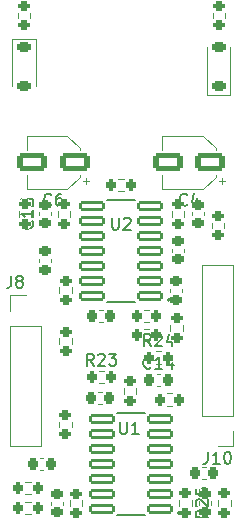
<source format=gbr>
%TF.GenerationSoftware,KiCad,Pcbnew,8.0.5*%
%TF.CreationDate,2024-11-05T23:16:52+01:00*%
%TF.ProjectId,Leveller,4c657665-6c6c-4657-922e-6b696361645f,rev?*%
%TF.SameCoordinates,Original*%
%TF.FileFunction,Legend,Top*%
%TF.FilePolarity,Positive*%
%FSLAX46Y46*%
G04 Gerber Fmt 4.6, Leading zero omitted, Abs format (unit mm)*
G04 Created by KiCad (PCBNEW 8.0.5) date 2024-11-05 23:16:52*
%MOMM*%
%LPD*%
G01*
G04 APERTURE LIST*
G04 Aperture macros list*
%AMRoundRect*
0 Rectangle with rounded corners*
0 $1 Rounding radius*
0 $2 $3 $4 $5 $6 $7 $8 $9 X,Y pos of 4 corners*
0 Add a 4 corners polygon primitive as box body*
4,1,4,$2,$3,$4,$5,$6,$7,$8,$9,$2,$3,0*
0 Add four circle primitives for the rounded corners*
1,1,$1+$1,$2,$3*
1,1,$1+$1,$4,$5*
1,1,$1+$1,$6,$7*
1,1,$1+$1,$8,$9*
0 Add four rect primitives between the rounded corners*
20,1,$1+$1,$2,$3,$4,$5,0*
20,1,$1+$1,$4,$5,$6,$7,0*
20,1,$1+$1,$6,$7,$8,$9,0*
20,1,$1+$1,$8,$9,$2,$3,0*%
G04 Aperture macros list end*
%ADD10C,0.150000*%
%ADD11C,0.120000*%
%ADD12C,0.127000*%
%ADD13C,0.200000*%
%ADD14RoundRect,0.200000X-0.275000X0.200000X-0.275000X-0.200000X0.275000X-0.200000X0.275000X0.200000X0*%
%ADD15C,2.700000*%
%ADD16RoundRect,0.200000X0.200000X0.275000X-0.200000X0.275000X-0.200000X-0.275000X0.200000X-0.275000X0*%
%ADD17RoundRect,0.225000X0.375000X-0.225000X0.375000X0.225000X-0.375000X0.225000X-0.375000X-0.225000X0*%
%ADD18RoundRect,0.225000X-0.250000X0.225000X-0.250000X-0.225000X0.250000X-0.225000X0.250000X0.225000X0*%
%ADD19RoundRect,0.200000X-0.200000X-0.275000X0.200000X-0.275000X0.200000X0.275000X-0.200000X0.275000X0*%
%ADD20RoundRect,0.225000X0.225000X0.250000X-0.225000X0.250000X-0.225000X-0.250000X0.225000X-0.250000X0*%
%ADD21R,1.700000X1.700000*%
%ADD22O,1.700000X1.700000*%
%ADD23RoundRect,0.225000X0.250000X-0.225000X0.250000X0.225000X-0.250000X0.225000X-0.250000X-0.225000X0*%
%ADD24RoundRect,0.250000X1.050000X0.550000X-1.050000X0.550000X-1.050000X-0.550000X1.050000X-0.550000X0*%
%ADD25RoundRect,0.200000X0.275000X-0.200000X0.275000X0.200000X-0.275000X0.200000X-0.275000X-0.200000X0*%
%ADD26RoundRect,0.225000X-0.375000X0.225000X-0.375000X-0.225000X0.375000X-0.225000X0.375000X0.225000X0*%
%ADD27RoundRect,0.120600X0.966400X0.281400X-0.966400X0.281400X-0.966400X-0.281400X0.966400X-0.281400X0*%
%ADD28RoundRect,0.225000X-0.225000X-0.250000X0.225000X-0.250000X0.225000X0.250000X-0.225000X0.250000X0*%
G04 APERTURE END LIST*
D10*
X56056819Y-81568857D02*
X55580628Y-81902190D01*
X56056819Y-82140285D02*
X55056819Y-82140285D01*
X55056819Y-82140285D02*
X55056819Y-81759333D01*
X55056819Y-81759333D02*
X55104438Y-81664095D01*
X55104438Y-81664095D02*
X55152057Y-81616476D01*
X55152057Y-81616476D02*
X55247295Y-81568857D01*
X55247295Y-81568857D02*
X55390152Y-81568857D01*
X55390152Y-81568857D02*
X55485390Y-81616476D01*
X55485390Y-81616476D02*
X55533009Y-81664095D01*
X55533009Y-81664095D02*
X55580628Y-81759333D01*
X55580628Y-81759333D02*
X55580628Y-82140285D01*
X55152057Y-81187904D02*
X55104438Y-81140285D01*
X55104438Y-81140285D02*
X55056819Y-81045047D01*
X55056819Y-81045047D02*
X55056819Y-80806952D01*
X55056819Y-80806952D02*
X55104438Y-80711714D01*
X55104438Y-80711714D02*
X55152057Y-80664095D01*
X55152057Y-80664095D02*
X55247295Y-80616476D01*
X55247295Y-80616476D02*
X55342533Y-80616476D01*
X55342533Y-80616476D02*
X55485390Y-80664095D01*
X55485390Y-80664095D02*
X56056819Y-81235523D01*
X56056819Y-81235523D02*
X56056819Y-80616476D01*
X55056819Y-79711714D02*
X55056819Y-80187904D01*
X55056819Y-80187904D02*
X55533009Y-80235523D01*
X55533009Y-80235523D02*
X55485390Y-80187904D01*
X55485390Y-80187904D02*
X55437771Y-80092666D01*
X55437771Y-80092666D02*
X55437771Y-79854571D01*
X55437771Y-79854571D02*
X55485390Y-79759333D01*
X55485390Y-79759333D02*
X55533009Y-79711714D01*
X55533009Y-79711714D02*
X55628247Y-79664095D01*
X55628247Y-79664095D02*
X55866342Y-79664095D01*
X55866342Y-79664095D02*
X55961580Y-79711714D01*
X55961580Y-79711714D02*
X56009200Y-79759333D01*
X56009200Y-79759333D02*
X56056819Y-79854571D01*
X56056819Y-79854571D02*
X56056819Y-80092666D01*
X56056819Y-80092666D02*
X56009200Y-80187904D01*
X56009200Y-80187904D02*
X55961580Y-80235523D01*
X51243142Y-67631819D02*
X50909809Y-67155628D01*
X50671714Y-67631819D02*
X50671714Y-66631819D01*
X50671714Y-66631819D02*
X51052666Y-66631819D01*
X51052666Y-66631819D02*
X51147904Y-66679438D01*
X51147904Y-66679438D02*
X51195523Y-66727057D01*
X51195523Y-66727057D02*
X51243142Y-66822295D01*
X51243142Y-66822295D02*
X51243142Y-66965152D01*
X51243142Y-66965152D02*
X51195523Y-67060390D01*
X51195523Y-67060390D02*
X51147904Y-67108009D01*
X51147904Y-67108009D02*
X51052666Y-67155628D01*
X51052666Y-67155628D02*
X50671714Y-67155628D01*
X51624095Y-66727057D02*
X51671714Y-66679438D01*
X51671714Y-66679438D02*
X51766952Y-66631819D01*
X51766952Y-66631819D02*
X52005047Y-66631819D01*
X52005047Y-66631819D02*
X52100285Y-66679438D01*
X52100285Y-66679438D02*
X52147904Y-66727057D01*
X52147904Y-66727057D02*
X52195523Y-66822295D01*
X52195523Y-66822295D02*
X52195523Y-66917533D01*
X52195523Y-66917533D02*
X52147904Y-67060390D01*
X52147904Y-67060390D02*
X51576476Y-67631819D01*
X51576476Y-67631819D02*
X52195523Y-67631819D01*
X53052666Y-66965152D02*
X53052666Y-67631819D01*
X52814571Y-66584200D02*
X52576476Y-67298485D01*
X52576476Y-67298485D02*
X53195523Y-67298485D01*
X46417142Y-69282819D02*
X46083809Y-68806628D01*
X45845714Y-69282819D02*
X45845714Y-68282819D01*
X45845714Y-68282819D02*
X46226666Y-68282819D01*
X46226666Y-68282819D02*
X46321904Y-68330438D01*
X46321904Y-68330438D02*
X46369523Y-68378057D01*
X46369523Y-68378057D02*
X46417142Y-68473295D01*
X46417142Y-68473295D02*
X46417142Y-68616152D01*
X46417142Y-68616152D02*
X46369523Y-68711390D01*
X46369523Y-68711390D02*
X46321904Y-68759009D01*
X46321904Y-68759009D02*
X46226666Y-68806628D01*
X46226666Y-68806628D02*
X45845714Y-68806628D01*
X46798095Y-68378057D02*
X46845714Y-68330438D01*
X46845714Y-68330438D02*
X46940952Y-68282819D01*
X46940952Y-68282819D02*
X47179047Y-68282819D01*
X47179047Y-68282819D02*
X47274285Y-68330438D01*
X47274285Y-68330438D02*
X47321904Y-68378057D01*
X47321904Y-68378057D02*
X47369523Y-68473295D01*
X47369523Y-68473295D02*
X47369523Y-68568533D01*
X47369523Y-68568533D02*
X47321904Y-68711390D01*
X47321904Y-68711390D02*
X46750476Y-69282819D01*
X46750476Y-69282819D02*
X47369523Y-69282819D01*
X47702857Y-68282819D02*
X48321904Y-68282819D01*
X48321904Y-68282819D02*
X47988571Y-68663771D01*
X47988571Y-68663771D02*
X48131428Y-68663771D01*
X48131428Y-68663771D02*
X48226666Y-68711390D01*
X48226666Y-68711390D02*
X48274285Y-68759009D01*
X48274285Y-68759009D02*
X48321904Y-68854247D01*
X48321904Y-68854247D02*
X48321904Y-69092342D01*
X48321904Y-69092342D02*
X48274285Y-69187580D01*
X48274285Y-69187580D02*
X48226666Y-69235200D01*
X48226666Y-69235200D02*
X48131428Y-69282819D01*
X48131428Y-69282819D02*
X47845714Y-69282819D01*
X47845714Y-69282819D02*
X47750476Y-69235200D01*
X47750476Y-69235200D02*
X47702857Y-69187580D01*
X56086476Y-76587819D02*
X56086476Y-77302104D01*
X56086476Y-77302104D02*
X56038857Y-77444961D01*
X56038857Y-77444961D02*
X55943619Y-77540200D01*
X55943619Y-77540200D02*
X55800762Y-77587819D01*
X55800762Y-77587819D02*
X55705524Y-77587819D01*
X57086476Y-77587819D02*
X56515048Y-77587819D01*
X56800762Y-77587819D02*
X56800762Y-76587819D01*
X56800762Y-76587819D02*
X56705524Y-76730676D01*
X56705524Y-76730676D02*
X56610286Y-76825914D01*
X56610286Y-76825914D02*
X56515048Y-76873533D01*
X57705524Y-76587819D02*
X57800762Y-76587819D01*
X57800762Y-76587819D02*
X57896000Y-76635438D01*
X57896000Y-76635438D02*
X57943619Y-76683057D01*
X57943619Y-76683057D02*
X57991238Y-76778295D01*
X57991238Y-76778295D02*
X58038857Y-76968771D01*
X58038857Y-76968771D02*
X58038857Y-77206866D01*
X58038857Y-77206866D02*
X57991238Y-77397342D01*
X57991238Y-77397342D02*
X57943619Y-77492580D01*
X57943619Y-77492580D02*
X57896000Y-77540200D01*
X57896000Y-77540200D02*
X57800762Y-77587819D01*
X57800762Y-77587819D02*
X57705524Y-77587819D01*
X57705524Y-77587819D02*
X57610286Y-77540200D01*
X57610286Y-77540200D02*
X57562667Y-77492580D01*
X57562667Y-77492580D02*
X57515048Y-77397342D01*
X57515048Y-77397342D02*
X57467429Y-77206866D01*
X57467429Y-77206866D02*
X57467429Y-76968771D01*
X57467429Y-76968771D02*
X57515048Y-76778295D01*
X57515048Y-76778295D02*
X57562667Y-76683057D01*
X57562667Y-76683057D02*
X57610286Y-76635438D01*
X57610286Y-76635438D02*
X57705524Y-76587819D01*
X42826333Y-55639580D02*
X42778714Y-55687200D01*
X42778714Y-55687200D02*
X42635857Y-55734819D01*
X42635857Y-55734819D02*
X42540619Y-55734819D01*
X42540619Y-55734819D02*
X42397762Y-55687200D01*
X42397762Y-55687200D02*
X42302524Y-55591961D01*
X42302524Y-55591961D02*
X42254905Y-55496723D01*
X42254905Y-55496723D02*
X42207286Y-55306247D01*
X42207286Y-55306247D02*
X42207286Y-55163390D01*
X42207286Y-55163390D02*
X42254905Y-54972914D01*
X42254905Y-54972914D02*
X42302524Y-54877676D01*
X42302524Y-54877676D02*
X42397762Y-54782438D01*
X42397762Y-54782438D02*
X42540619Y-54734819D01*
X42540619Y-54734819D02*
X42635857Y-54734819D01*
X42635857Y-54734819D02*
X42778714Y-54782438D01*
X42778714Y-54782438D02*
X42826333Y-54830057D01*
X43683476Y-54734819D02*
X43493000Y-54734819D01*
X43493000Y-54734819D02*
X43397762Y-54782438D01*
X43397762Y-54782438D02*
X43350143Y-54830057D01*
X43350143Y-54830057D02*
X43254905Y-54972914D01*
X43254905Y-54972914D02*
X43207286Y-55163390D01*
X43207286Y-55163390D02*
X43207286Y-55544342D01*
X43207286Y-55544342D02*
X43254905Y-55639580D01*
X43254905Y-55639580D02*
X43302524Y-55687200D01*
X43302524Y-55687200D02*
X43397762Y-55734819D01*
X43397762Y-55734819D02*
X43588238Y-55734819D01*
X43588238Y-55734819D02*
X43683476Y-55687200D01*
X43683476Y-55687200D02*
X43731095Y-55639580D01*
X43731095Y-55639580D02*
X43778714Y-55544342D01*
X43778714Y-55544342D02*
X43778714Y-55306247D01*
X43778714Y-55306247D02*
X43731095Y-55211009D01*
X43731095Y-55211009D02*
X43683476Y-55163390D01*
X43683476Y-55163390D02*
X43588238Y-55115771D01*
X43588238Y-55115771D02*
X43397762Y-55115771D01*
X43397762Y-55115771D02*
X43302524Y-55163390D01*
X43302524Y-55163390D02*
X43254905Y-55211009D01*
X43254905Y-55211009D02*
X43207286Y-55306247D01*
X54326333Y-55639580D02*
X54278714Y-55687200D01*
X54278714Y-55687200D02*
X54135857Y-55734819D01*
X54135857Y-55734819D02*
X54040619Y-55734819D01*
X54040619Y-55734819D02*
X53897762Y-55687200D01*
X53897762Y-55687200D02*
X53802524Y-55591961D01*
X53802524Y-55591961D02*
X53754905Y-55496723D01*
X53754905Y-55496723D02*
X53707286Y-55306247D01*
X53707286Y-55306247D02*
X53707286Y-55163390D01*
X53707286Y-55163390D02*
X53754905Y-54972914D01*
X53754905Y-54972914D02*
X53802524Y-54877676D01*
X53802524Y-54877676D02*
X53897762Y-54782438D01*
X53897762Y-54782438D02*
X54040619Y-54734819D01*
X54040619Y-54734819D02*
X54135857Y-54734819D01*
X54135857Y-54734819D02*
X54278714Y-54782438D01*
X54278714Y-54782438D02*
X54326333Y-54830057D01*
X55183476Y-55068152D02*
X55183476Y-55734819D01*
X54945381Y-54687200D02*
X54707286Y-55401485D01*
X54707286Y-55401485D02*
X55326333Y-55401485D01*
X41183328Y-57075872D02*
X41230948Y-57123491D01*
X41230948Y-57123491D02*
X41278567Y-57266348D01*
X41278567Y-57266348D02*
X41278567Y-57361586D01*
X41278567Y-57361586D02*
X41230948Y-57504443D01*
X41230948Y-57504443D02*
X41135709Y-57599681D01*
X41135709Y-57599681D02*
X41040471Y-57647300D01*
X41040471Y-57647300D02*
X40849995Y-57694919D01*
X40849995Y-57694919D02*
X40707138Y-57694919D01*
X40707138Y-57694919D02*
X40516662Y-57647300D01*
X40516662Y-57647300D02*
X40421424Y-57599681D01*
X40421424Y-57599681D02*
X40326186Y-57504443D01*
X40326186Y-57504443D02*
X40278567Y-57361586D01*
X40278567Y-57361586D02*
X40278567Y-57266348D01*
X40278567Y-57266348D02*
X40326186Y-57123491D01*
X40326186Y-57123491D02*
X40373805Y-57075872D01*
X41278567Y-56123491D02*
X41278567Y-56694919D01*
X41278567Y-56409205D02*
X40278567Y-56409205D01*
X40278567Y-56409205D02*
X40421424Y-56504443D01*
X40421424Y-56504443D02*
X40516662Y-56599681D01*
X40516662Y-56599681D02*
X40564281Y-56694919D01*
X40278567Y-55790157D02*
X40278567Y-55171110D01*
X40278567Y-55171110D02*
X40659519Y-55504443D01*
X40659519Y-55504443D02*
X40659519Y-55361586D01*
X40659519Y-55361586D02*
X40707138Y-55266348D01*
X40707138Y-55266348D02*
X40754757Y-55218729D01*
X40754757Y-55218729D02*
X40849995Y-55171110D01*
X40849995Y-55171110D02*
X41088090Y-55171110D01*
X41088090Y-55171110D02*
X41183328Y-55218729D01*
X41183328Y-55218729D02*
X41230948Y-55266348D01*
X41230948Y-55266348D02*
X41278567Y-55361586D01*
X41278567Y-55361586D02*
X41278567Y-55647300D01*
X41278567Y-55647300D02*
X41230948Y-55742538D01*
X41230948Y-55742538D02*
X41183328Y-55790157D01*
X39417666Y-61684819D02*
X39417666Y-62399104D01*
X39417666Y-62399104D02*
X39370047Y-62541961D01*
X39370047Y-62541961D02*
X39274809Y-62637200D01*
X39274809Y-62637200D02*
X39131952Y-62684819D01*
X39131952Y-62684819D02*
X39036714Y-62684819D01*
X40036714Y-62113390D02*
X39941476Y-62065771D01*
X39941476Y-62065771D02*
X39893857Y-62018152D01*
X39893857Y-62018152D02*
X39846238Y-61922914D01*
X39846238Y-61922914D02*
X39846238Y-61875295D01*
X39846238Y-61875295D02*
X39893857Y-61780057D01*
X39893857Y-61780057D02*
X39941476Y-61732438D01*
X39941476Y-61732438D02*
X40036714Y-61684819D01*
X40036714Y-61684819D02*
X40227190Y-61684819D01*
X40227190Y-61684819D02*
X40322428Y-61732438D01*
X40322428Y-61732438D02*
X40370047Y-61780057D01*
X40370047Y-61780057D02*
X40417666Y-61875295D01*
X40417666Y-61875295D02*
X40417666Y-61922914D01*
X40417666Y-61922914D02*
X40370047Y-62018152D01*
X40370047Y-62018152D02*
X40322428Y-62065771D01*
X40322428Y-62065771D02*
X40227190Y-62113390D01*
X40227190Y-62113390D02*
X40036714Y-62113390D01*
X40036714Y-62113390D02*
X39941476Y-62161009D01*
X39941476Y-62161009D02*
X39893857Y-62208628D01*
X39893857Y-62208628D02*
X39846238Y-62303866D01*
X39846238Y-62303866D02*
X39846238Y-62494342D01*
X39846238Y-62494342D02*
X39893857Y-62589580D01*
X39893857Y-62589580D02*
X39941476Y-62637200D01*
X39941476Y-62637200D02*
X40036714Y-62684819D01*
X40036714Y-62684819D02*
X40227190Y-62684819D01*
X40227190Y-62684819D02*
X40322428Y-62637200D01*
X40322428Y-62637200D02*
X40370047Y-62589580D01*
X40370047Y-62589580D02*
X40417666Y-62494342D01*
X40417666Y-62494342D02*
X40417666Y-62303866D01*
X40417666Y-62303866D02*
X40370047Y-62208628D01*
X40370047Y-62208628D02*
X40322428Y-62161009D01*
X40322428Y-62161009D02*
X40227190Y-62113390D01*
X47956095Y-56769819D02*
X47956095Y-57579342D01*
X47956095Y-57579342D02*
X48003714Y-57674580D01*
X48003714Y-57674580D02*
X48051333Y-57722200D01*
X48051333Y-57722200D02*
X48146571Y-57769819D01*
X48146571Y-57769819D02*
X48337047Y-57769819D01*
X48337047Y-57769819D02*
X48432285Y-57722200D01*
X48432285Y-57722200D02*
X48479904Y-57674580D01*
X48479904Y-57674580D02*
X48527523Y-57579342D01*
X48527523Y-57579342D02*
X48527523Y-56769819D01*
X48956095Y-56865057D02*
X49003714Y-56817438D01*
X49003714Y-56817438D02*
X49098952Y-56769819D01*
X49098952Y-56769819D02*
X49337047Y-56769819D01*
X49337047Y-56769819D02*
X49432285Y-56817438D01*
X49432285Y-56817438D02*
X49479904Y-56865057D01*
X49479904Y-56865057D02*
X49527523Y-56960295D01*
X49527523Y-56960295D02*
X49527523Y-57055533D01*
X49527523Y-57055533D02*
X49479904Y-57198390D01*
X49479904Y-57198390D02*
X48908476Y-57769819D01*
X48908476Y-57769819D02*
X49527523Y-57769819D01*
X48638095Y-74063819D02*
X48638095Y-74873342D01*
X48638095Y-74873342D02*
X48685714Y-74968580D01*
X48685714Y-74968580D02*
X48733333Y-75016200D01*
X48733333Y-75016200D02*
X48828571Y-75063819D01*
X48828571Y-75063819D02*
X49019047Y-75063819D01*
X49019047Y-75063819D02*
X49114285Y-75016200D01*
X49114285Y-75016200D02*
X49161904Y-74968580D01*
X49161904Y-74968580D02*
X49209523Y-74873342D01*
X49209523Y-74873342D02*
X49209523Y-74063819D01*
X50209523Y-75063819D02*
X49638095Y-75063819D01*
X49923809Y-75063819D02*
X49923809Y-74063819D01*
X49923809Y-74063819D02*
X49828571Y-74206676D01*
X49828571Y-74206676D02*
X49733333Y-74301914D01*
X49733333Y-74301914D02*
X49638095Y-74349533D01*
X51243142Y-69441580D02*
X51195523Y-69489200D01*
X51195523Y-69489200D02*
X51052666Y-69536819D01*
X51052666Y-69536819D02*
X50957428Y-69536819D01*
X50957428Y-69536819D02*
X50814571Y-69489200D01*
X50814571Y-69489200D02*
X50719333Y-69393961D01*
X50719333Y-69393961D02*
X50671714Y-69298723D01*
X50671714Y-69298723D02*
X50624095Y-69108247D01*
X50624095Y-69108247D02*
X50624095Y-68965390D01*
X50624095Y-68965390D02*
X50671714Y-68774914D01*
X50671714Y-68774914D02*
X50719333Y-68679676D01*
X50719333Y-68679676D02*
X50814571Y-68584438D01*
X50814571Y-68584438D02*
X50957428Y-68536819D01*
X50957428Y-68536819D02*
X51052666Y-68536819D01*
X51052666Y-68536819D02*
X51195523Y-68584438D01*
X51195523Y-68584438D02*
X51243142Y-68632057D01*
X52195523Y-69536819D02*
X51624095Y-69536819D01*
X51909809Y-69536819D02*
X51909809Y-68536819D01*
X51909809Y-68536819D02*
X51814571Y-68679676D01*
X51814571Y-68679676D02*
X51719333Y-68774914D01*
X51719333Y-68774914D02*
X51624095Y-68822533D01*
X53052666Y-68870152D02*
X53052666Y-69536819D01*
X52814571Y-68489200D02*
X52576476Y-69203485D01*
X52576476Y-69203485D02*
X53195523Y-69203485D01*
D11*
%TO.C,R9*%
X44393500Y-80703742D02*
X44393500Y-81178258D01*
X45438500Y-80703742D02*
X45438500Y-81178258D01*
%TO.C,R18*%
X52902500Y-65844742D02*
X52902500Y-66319258D01*
X53947500Y-65844742D02*
X53947500Y-66319258D01*
%TO.C,R5*%
X41089258Y-79148500D02*
X40614742Y-79148500D01*
X41089258Y-80193500D02*
X40614742Y-80193500D01*
%TO.C,R25*%
X53649500Y-80688742D02*
X53649500Y-81163258D01*
X54694500Y-80688742D02*
X54694500Y-81163258D01*
%TO.C,R19*%
X51122258Y-64543500D02*
X50647742Y-64543500D01*
X51122258Y-65588500D02*
X50647742Y-65588500D01*
%TO.C,D4*%
X55993000Y-46340000D02*
X55993000Y-42330000D01*
X55993000Y-46340000D02*
X57993000Y-46340000D01*
X57993000Y-46340000D02*
X57993000Y-42330000D01*
%TO.C,C12*%
X53024400Y-59375820D02*
X53024400Y-59656980D01*
X54044400Y-59375820D02*
X54044400Y-59656980D01*
%TO.C,R24*%
X51648742Y-68084500D02*
X52123258Y-68084500D01*
X51648742Y-69129500D02*
X52123258Y-69129500D01*
%TO.C,C8*%
X47088580Y-71541000D02*
X46807420Y-71541000D01*
X47088580Y-72561000D02*
X46807420Y-72561000D01*
%TO.C,R7*%
X43496888Y-74022557D02*
X43496888Y-74497073D01*
X44541888Y-74022557D02*
X44541888Y-74497073D01*
%TO.C,R23*%
X46822742Y-69735500D02*
X47297258Y-69735500D01*
X46822742Y-70780500D02*
X47297258Y-70780500D01*
%TO.C,J10*%
X55566000Y-73533000D02*
X55566000Y-60773000D01*
X58226000Y-60773000D02*
X55566000Y-60773000D01*
X58226000Y-73533000D02*
X55566000Y-73533000D01*
X58226000Y-73533000D02*
X58226000Y-60773000D01*
X58226000Y-74803000D02*
X58226000Y-76133000D01*
X58226000Y-76133000D02*
X56896000Y-76133000D01*
%TO.C,R17*%
X56415500Y-57183342D02*
X56415500Y-57657858D01*
X57460500Y-57183342D02*
X57460500Y-57657858D01*
%TO.C,C7*%
X54693000Y-56570580D02*
X54693000Y-56289420D01*
X55713000Y-56570580D02*
X55713000Y-56289420D01*
%TO.C,R8*%
X53076258Y-71640500D02*
X52601742Y-71640500D01*
X53076258Y-72685500D02*
X52601742Y-72685500D01*
%TO.C,C2*%
X55313000Y-81066580D02*
X55313000Y-80785420D01*
X56333000Y-81066580D02*
X56333000Y-80785420D01*
%TO.C,C6*%
X40733000Y-49820000D02*
X40733000Y-51020000D01*
X40733000Y-54340000D02*
X40733000Y-53140000D01*
X44188563Y-49820000D02*
X40733000Y-49820000D01*
X44188563Y-54340000D02*
X40733000Y-54340000D01*
X45253000Y-50884437D02*
X44188563Y-49820000D01*
X45253000Y-50884437D02*
X45253000Y-51020000D01*
X45253000Y-53275563D02*
X44188563Y-54340000D01*
X45253000Y-53275563D02*
X45253000Y-53140000D01*
X45743000Y-53890000D02*
X45743000Y-53390000D01*
X45993000Y-53640000D02*
X45493000Y-53640000D01*
%TO.C,R13*%
X53029500Y-56667258D02*
X53029500Y-56192742D01*
X54074500Y-56667258D02*
X54074500Y-56192742D01*
%TO.C,C4*%
X52233000Y-49820000D02*
X52233000Y-51020000D01*
X52233000Y-54340000D02*
X52233000Y-53140000D01*
X55688563Y-49820000D02*
X52233000Y-49820000D01*
X55688563Y-54340000D02*
X52233000Y-54340000D01*
X56753000Y-50884437D02*
X55688563Y-49820000D01*
X56753000Y-50884437D02*
X56753000Y-51020000D01*
X56753000Y-53275563D02*
X55688563Y-54340000D01*
X56753000Y-53275563D02*
X56753000Y-53140000D01*
X57243000Y-53890000D02*
X57243000Y-53390000D01*
X57493000Y-53640000D02*
X56993000Y-53640000D01*
%TO.C,C13*%
X41743748Y-56573595D02*
X41743748Y-56292435D01*
X42763748Y-56573595D02*
X42763748Y-56292435D01*
%TO.C,D1*%
X39493000Y-41620000D02*
X39493000Y-45630000D01*
X41493000Y-41620000D02*
X39493000Y-41620000D01*
X41493000Y-41620000D02*
X41493000Y-45630000D01*
%TO.C,R12*%
X56951500Y-81163258D02*
X56951500Y-80688742D01*
X57996500Y-81163258D02*
X57996500Y-80688742D01*
%TO.C,C3*%
X47169008Y-64557763D02*
X46887848Y-64557763D01*
X47169008Y-65577763D02*
X46887848Y-65577763D01*
%TO.C,R16*%
X40067220Y-56664643D02*
X40067220Y-56190127D01*
X41112220Y-56664643D02*
X41112220Y-56190127D01*
%TO.C,R10*%
X41089258Y-80799500D02*
X40614742Y-80799500D01*
X41089258Y-81844500D02*
X40614742Y-81844500D01*
%TO.C,FB1*%
X39970500Y-39417742D02*
X39970500Y-39892258D01*
X41015500Y-39417742D02*
X41015500Y-39892258D01*
%TO.C,C9*%
X42755000Y-81081580D02*
X42755000Y-80800420D01*
X43775000Y-81081580D02*
X43775000Y-80800420D01*
%TO.C,R15*%
X48488742Y-53494500D02*
X48963258Y-53494500D01*
X48488742Y-54539500D02*
X48963258Y-54539500D01*
%TO.C,R6*%
X48965500Y-71178742D02*
X48965500Y-71653258D01*
X50010500Y-71178742D02*
X50010500Y-71653258D01*
%TO.C,C5*%
X42148580Y-77124000D02*
X41867420Y-77124000D01*
X42148580Y-78144000D02*
X41867420Y-78144000D01*
%TO.C,C11*%
X41739000Y-60239420D02*
X41739000Y-60520580D01*
X42759000Y-60239420D02*
X42759000Y-60520580D01*
%TO.C,C10*%
X52901789Y-63058199D02*
X52901789Y-62777039D01*
X53921789Y-63058199D02*
X53921789Y-62777039D01*
%TO.C,J8*%
X39310000Y-63313000D02*
X40640000Y-63313000D01*
X39310000Y-64643000D02*
X39310000Y-63313000D01*
X39310000Y-65913000D02*
X39310000Y-76133000D01*
X39310000Y-65913000D02*
X41970000Y-65913000D01*
X39310000Y-76133000D02*
X41970000Y-76133000D01*
X41970000Y-65913000D02*
X41970000Y-76133000D01*
%TO.C,R22*%
X43504500Y-67462258D02*
X43504500Y-66987742D01*
X44549500Y-67462258D02*
X44549500Y-66987742D01*
D12*
%TO.C,U2*%
X49886280Y-55275000D02*
X47546280Y-55275000D01*
X49886280Y-63925000D02*
X47546280Y-63925000D01*
D13*
X52866280Y-63700000D02*
G75*
G02*
X52666280Y-63700000I-100000J0D01*
G01*
X52666280Y-63700000D02*
G75*
G02*
X52866280Y-63700000I100000J0D01*
G01*
D11*
%TO.C,FB2*%
X56470500Y-39417742D02*
X56470500Y-39892258D01*
X57515500Y-39417742D02*
X57515500Y-39892258D01*
%TO.C,R14*%
X43377500Y-56192742D02*
X43377500Y-56667258D01*
X44422500Y-56192742D02*
X44422500Y-56667258D01*
%TO.C,C1*%
X55622700Y-77886000D02*
X55903860Y-77886000D01*
X55622700Y-78906000D02*
X55903860Y-78906000D01*
D12*
%TO.C,U1*%
X50720000Y-73309000D02*
X48380000Y-73309000D01*
X50720000Y-81959000D02*
X48380000Y-81959000D01*
D13*
X53700000Y-81734000D02*
G75*
G02*
X53500000Y-81734000I-100000J0D01*
G01*
X53500000Y-81734000D02*
G75*
G02*
X53700000Y-81734000I100000J0D01*
G01*
D11*
%TO.C,R20*%
X50647742Y-66194500D02*
X51122258Y-66194500D01*
X50647742Y-67239500D02*
X51122258Y-67239500D01*
%TO.C,R21*%
X43504500Y-63144258D02*
X43504500Y-62669742D01*
X44549500Y-63144258D02*
X44549500Y-62669742D01*
%TO.C,C14*%
X51745420Y-70002000D02*
X52026580Y-70002000D01*
X51745420Y-71022000D02*
X52026580Y-71022000D01*
%TD*%
%LPC*%
D14*
%TO.C,R9*%
X44916000Y-80116000D03*
X44916000Y-81766000D03*
%TD*%
D15*
%TO.C,MOUNT1*%
X48768000Y-47625000D03*
%TD*%
D14*
%TO.C,R18*%
X53425000Y-65257000D03*
X53425000Y-66907000D03*
%TD*%
D16*
%TO.C,R5*%
X41677000Y-79671000D03*
X40027000Y-79671000D03*
%TD*%
D14*
%TO.C,R25*%
X54172000Y-80101000D03*
X54172000Y-81751000D03*
%TD*%
D16*
%TO.C,R19*%
X51710000Y-65066000D03*
X50060000Y-65066000D03*
%TD*%
D17*
%TO.C,D4*%
X56993000Y-45630000D03*
X56993000Y-42330000D03*
%TD*%
D18*
%TO.C,C12*%
X53534400Y-58741400D03*
X53534400Y-60291400D03*
%TD*%
D19*
%TO.C,R24*%
X51061000Y-68607000D03*
X52711000Y-68607000D03*
%TD*%
D20*
%TO.C,C8*%
X47723000Y-72051000D03*
X46173000Y-72051000D03*
%TD*%
D14*
%TO.C,R7*%
X44019388Y-73434815D03*
X44019388Y-75084815D03*
%TD*%
D19*
%TO.C,R23*%
X46235000Y-70258000D03*
X47885000Y-70258000D03*
%TD*%
D21*
%TO.C,J10*%
X56896000Y-74803000D03*
D22*
X56896000Y-72263000D03*
X56896000Y-69723000D03*
X56896000Y-67183000D03*
X56896000Y-64643000D03*
X56896000Y-62103000D03*
%TD*%
D14*
%TO.C,R17*%
X56938000Y-56595600D03*
X56938000Y-58245600D03*
%TD*%
D23*
%TO.C,C7*%
X55203000Y-57205000D03*
X55203000Y-55655000D03*
%TD*%
D16*
%TO.C,R8*%
X53664000Y-72163000D03*
X52014000Y-72163000D03*
%TD*%
D23*
%TO.C,C2*%
X55823000Y-81701000D03*
X55823000Y-80151000D03*
%TD*%
D24*
%TO.C,C6*%
X44793000Y-52080000D03*
X41193000Y-52080000D03*
%TD*%
D25*
%TO.C,R13*%
X53552000Y-57255000D03*
X53552000Y-55605000D03*
%TD*%
D24*
%TO.C,C4*%
X56293000Y-52080000D03*
X52693000Y-52080000D03*
%TD*%
D23*
%TO.C,C13*%
X42253748Y-57208015D03*
X42253748Y-55658015D03*
%TD*%
D26*
%TO.C,D1*%
X40493000Y-42330000D03*
X40493000Y-45630000D03*
%TD*%
D25*
%TO.C,R12*%
X57474000Y-81751000D03*
X57474000Y-80101000D03*
%TD*%
D20*
%TO.C,C3*%
X47803428Y-65067763D03*
X46253428Y-65067763D03*
%TD*%
D25*
%TO.C,R16*%
X40589720Y-57252385D03*
X40589720Y-55602385D03*
%TD*%
D16*
%TO.C,R10*%
X41677000Y-81322000D03*
X40027000Y-81322000D03*
%TD*%
D14*
%TO.C,FB1*%
X40493000Y-38830000D03*
X40493000Y-40480000D03*
%TD*%
D23*
%TO.C,C9*%
X43265000Y-81716000D03*
X43265000Y-80166000D03*
%TD*%
D19*
%TO.C,R15*%
X47901000Y-54017000D03*
X49551000Y-54017000D03*
%TD*%
D14*
%TO.C,R6*%
X49488000Y-70591000D03*
X49488000Y-72241000D03*
%TD*%
D20*
%TO.C,C5*%
X42783000Y-77634000D03*
X41233000Y-77634000D03*
%TD*%
D18*
%TO.C,C11*%
X42249000Y-59605000D03*
X42249000Y-61155000D03*
%TD*%
D23*
%TO.C,C10*%
X53411789Y-63692619D03*
X53411789Y-62142619D03*
%TD*%
D21*
%TO.C,J8*%
X40640000Y-64643000D03*
D22*
X40640000Y-67183000D03*
X40640000Y-69723000D03*
X40640000Y-72263000D03*
X40640000Y-74803000D03*
%TD*%
D25*
%TO.C,R22*%
X44027000Y-68050000D03*
X44027000Y-66400000D03*
%TD*%
D27*
%TO.C,U2*%
X51191280Y-63410000D03*
X51191280Y-62140000D03*
X51191280Y-60870000D03*
X51191280Y-59600000D03*
X51191280Y-58330000D03*
X51191280Y-57060000D03*
X51191280Y-55790000D03*
X46241280Y-55790000D03*
X46241280Y-57060000D03*
X46241280Y-58330000D03*
X46241280Y-59600000D03*
X46241280Y-60870000D03*
X46241280Y-62140000D03*
X46241280Y-63410000D03*
%TD*%
D14*
%TO.C,FB2*%
X56993000Y-38830000D03*
X56993000Y-40480000D03*
%TD*%
%TO.C,R14*%
X43900000Y-55605000D03*
X43900000Y-57255000D03*
%TD*%
D21*
%TO.C,J6*%
X43668000Y-38805000D03*
D22*
X43668000Y-41345000D03*
X46208000Y-38805000D03*
X46208000Y-41345000D03*
X48748000Y-38805000D03*
X48748000Y-41345000D03*
X51288000Y-38805000D03*
X51288000Y-41345000D03*
X53828000Y-38805000D03*
X53828000Y-41345000D03*
%TD*%
D28*
%TO.C,C1*%
X54988280Y-78396000D03*
X56538280Y-78396000D03*
%TD*%
D27*
%TO.C,U1*%
X52025000Y-81444000D03*
X52025000Y-80174000D03*
X52025000Y-78904000D03*
X52025000Y-77634000D03*
X52025000Y-76364000D03*
X52025000Y-75094000D03*
X52025000Y-73824000D03*
X47075000Y-73824000D03*
X47075000Y-75094000D03*
X47075000Y-76364000D03*
X47075000Y-77634000D03*
X47075000Y-78904000D03*
X47075000Y-80174000D03*
X47075000Y-81444000D03*
%TD*%
D19*
%TO.C,R20*%
X50060000Y-66717000D03*
X51710000Y-66717000D03*
%TD*%
D25*
%TO.C,R21*%
X44027000Y-63732000D03*
X44027000Y-62082000D03*
%TD*%
D28*
%TO.C,C14*%
X51111000Y-70512000D03*
X52661000Y-70512000D03*
%TD*%
%LPD*%
M02*

</source>
